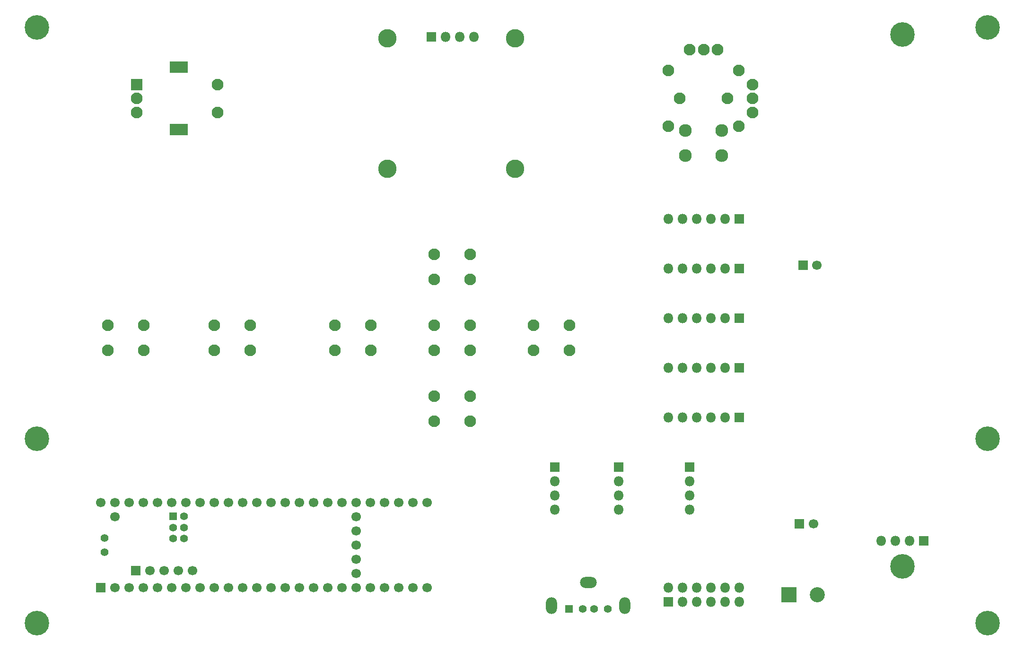
<source format=gbr>
%TF.GenerationSoftware,KiCad,Pcbnew,(5.1.6)-1*%
%TF.CreationDate,2020-11-12T15:31:55-08:00*%
%TF.ProjectId,userinterfacepcb,75736572-696e-4746-9572-666163657063,rev?*%
%TF.SameCoordinates,Original*%
%TF.FileFunction,Soldermask,Bot*%
%TF.FilePolarity,Negative*%
%FSLAX46Y46*%
G04 Gerber Fmt 4.6, Leading zero omitted, Abs format (unit mm)*
G04 Created by KiCad (PCBNEW (5.1.6)-1) date 2020-11-12 15:31:55*
%MOMM*%
%LPD*%
G01*
G04 APERTURE LIST*
%ADD10C,1.700000*%
%ADD11R,1.700000X1.700000*%
%ADD12R,2.100000X2.100000*%
%ADD13C,2.100000*%
%ADD14R,3.300000X2.100000*%
%ADD15C,2.300000*%
%ADD16O,1.800000X1.800000*%
%ADD17R,1.800000X1.800000*%
%ADD18C,4.400000*%
%ADD19C,2.700000*%
%ADD20R,2.700000X2.700000*%
%ADD21O,3.000000X2.000000*%
%ADD22O,2.000000X3.000000*%
%ADD23C,1.400000*%
%ADD24R,1.400000X1.400000*%
%ADD25C,3.300000*%
G04 APERTURE END LIST*
D10*
%TO.C,C2*%
X245705000Y-114300000D03*
D11*
X243205000Y-114300000D03*
%TD*%
D12*
%TO.C,SW1*%
X124587000Y-35598100D03*
D13*
X124587000Y-38098100D03*
X124587000Y-40598100D03*
D14*
X132087000Y-32498100D03*
X132087000Y-43698100D03*
D13*
X139087000Y-35598100D03*
X139087000Y-40598100D03*
%TD*%
%TO.C,U5*%
X230360000Y-38100000D03*
X221760000Y-38100000D03*
X232385000Y-43100000D03*
X219735000Y-43100000D03*
X232385000Y-33100000D03*
X219735000Y-33100000D03*
D15*
X229310000Y-48350000D03*
X229310000Y-43850000D03*
X222810000Y-48350000D03*
X222810000Y-43850000D03*
D13*
X234790000Y-40600000D03*
X234790000Y-35600000D03*
X234790000Y-38100000D03*
X228560000Y-29370000D03*
X223560000Y-29370000D03*
X226060000Y-29370000D03*
%TD*%
%TO.C,SW5*%
X202080000Y-78740000D03*
X202080000Y-83240000D03*
X195580000Y-78740000D03*
X195580000Y-83240000D03*
%TD*%
%TO.C,SW8*%
X125880000Y-78740000D03*
X125880000Y-83240000D03*
X119380000Y-78740000D03*
X119380000Y-83240000D03*
%TD*%
%TO.C,SW4*%
X166520000Y-78740000D03*
X166520000Y-83240000D03*
X160020000Y-78740000D03*
X160020000Y-83240000D03*
%TD*%
%TO.C,SW3*%
X184300000Y-91440000D03*
X184300000Y-95940000D03*
X177800000Y-91440000D03*
X177800000Y-95940000D03*
%TD*%
%TO.C,SW7*%
X144930000Y-78740000D03*
X144930000Y-83240000D03*
X138430000Y-78740000D03*
X138430000Y-83240000D03*
%TD*%
%TO.C,SW2*%
X184300000Y-66040000D03*
X184300000Y-70540000D03*
X177800000Y-66040000D03*
X177800000Y-70540000D03*
%TD*%
%TO.C,SW6*%
X184300000Y-78740000D03*
X184300000Y-83240000D03*
X177800000Y-78740000D03*
X177800000Y-83240000D03*
%TD*%
D10*
%TO.C,C11*%
X246340000Y-67945000D03*
D11*
X243840000Y-67945000D03*
%TD*%
D16*
%TO.C,J8*%
X219710000Y-95250000D03*
X222250000Y-95250000D03*
X224790000Y-95250000D03*
X227330000Y-95250000D03*
X229870000Y-95250000D03*
D17*
X232410000Y-95250000D03*
%TD*%
D16*
%TO.C,J7*%
X210820000Y-111760000D03*
X210820000Y-109220000D03*
X210820000Y-106680000D03*
D17*
X210820000Y-104140000D03*
%TD*%
D18*
%TO.C,H1*%
X261620000Y-121920000D03*
%TD*%
%TO.C,H9*%
X276860000Y-99060000D03*
%TD*%
D16*
%TO.C,J6*%
X223520000Y-111760000D03*
X223520000Y-109220000D03*
X223520000Y-106680000D03*
D17*
X223520000Y-104140000D03*
%TD*%
D18*
%TO.C,H3*%
X276860000Y-132080000D03*
%TD*%
%TO.C,H12*%
X106680000Y-25400000D03*
%TD*%
%TO.C,H11*%
X106680000Y-132080000D03*
%TD*%
%TO.C,H6*%
X261620000Y-26670000D03*
%TD*%
%TO.C,H8*%
X276860000Y-25400000D03*
%TD*%
%TO.C,H5*%
X106680000Y-99060000D03*
%TD*%
D19*
%TO.C,J1*%
X246380000Y-127000000D03*
D20*
X241300000Y-127000000D03*
%TD*%
D16*
%TO.C,J2*%
X199390000Y-111760000D03*
X199390000Y-109220000D03*
X199390000Y-106680000D03*
D17*
X199390000Y-104140000D03*
%TD*%
D16*
%TO.C,J4*%
X219710000Y-68580000D03*
X222250000Y-68580000D03*
X224790000Y-68580000D03*
X227330000Y-68580000D03*
X229870000Y-68580000D03*
D17*
X232410000Y-68580000D03*
%TD*%
D21*
%TO.C,J3*%
X205430000Y-124760000D03*
D22*
X212000000Y-128940000D03*
X198860000Y-128940000D03*
D23*
X208930000Y-129540000D03*
X206430000Y-129540000D03*
X204430000Y-129540000D03*
D24*
X201930000Y-129540000D03*
%TD*%
D23*
%TO.C,U1*%
X118840000Y-116840000D03*
X118840000Y-119380000D03*
D10*
X163830000Y-113030000D03*
X163830000Y-115570000D03*
X163830000Y-118110000D03*
X163830000Y-120650000D03*
X163830000Y-123190000D03*
D23*
X131080000Y-116928400D03*
X133080000Y-116928400D03*
X133080000Y-114928400D03*
X131080000Y-114928400D03*
X133080000Y-112928400D03*
D24*
X131080000Y-112928400D03*
D10*
X158750000Y-125730000D03*
X161290000Y-125730000D03*
X163830000Y-125730000D03*
X166370000Y-125730000D03*
X156210000Y-125730000D03*
X153670000Y-125730000D03*
X151130000Y-125730000D03*
X168910000Y-125730000D03*
X171450000Y-125730000D03*
X173990000Y-125730000D03*
X176530000Y-125730000D03*
X176530000Y-110490000D03*
X173990000Y-110490000D03*
X171450000Y-110490000D03*
X168910000Y-110490000D03*
X166370000Y-110490000D03*
X163830000Y-110490000D03*
X161290000Y-110490000D03*
X158750000Y-110490000D03*
X156210000Y-110490000D03*
X153670000Y-110490000D03*
X148590000Y-125730000D03*
X146050000Y-125730000D03*
X143510000Y-125730000D03*
X140970000Y-125730000D03*
X138430000Y-125730000D03*
X135890000Y-125730000D03*
X133350000Y-125730000D03*
X130810000Y-125730000D03*
X128270000Y-125730000D03*
X125730000Y-125730000D03*
X123190000Y-125730000D03*
X120650000Y-125730000D03*
D11*
X118110000Y-125730000D03*
D10*
X151130000Y-110490000D03*
X148590000Y-110490000D03*
X146050000Y-110490000D03*
X143510000Y-110490000D03*
X140970000Y-110490000D03*
X138430000Y-110490000D03*
X135890000Y-110490000D03*
X133350000Y-110490000D03*
X130810000Y-110490000D03*
X128270000Y-110490000D03*
X125730000Y-110490000D03*
X123190000Y-110490000D03*
X120650000Y-110490000D03*
X118110000Y-110490000D03*
D11*
X124409200Y-122679200D03*
D10*
X126949200Y-122679200D03*
X129489200Y-122679200D03*
X132029200Y-122679200D03*
X134569200Y-122679200D03*
X120650000Y-113030000D03*
%TD*%
D16*
%TO.C,J5*%
X219710000Y-59690000D03*
X222250000Y-59690000D03*
X224790000Y-59690000D03*
X227330000Y-59690000D03*
X229870000Y-59690000D03*
D17*
X232410000Y-59690000D03*
%TD*%
D16*
%TO.C,J9*%
X219710000Y-86360000D03*
X222250000Y-86360000D03*
X224790000Y-86360000D03*
X227330000Y-86360000D03*
X229870000Y-86360000D03*
D17*
X232410000Y-86360000D03*
%TD*%
D16*
%TO.C,J12*%
X257810000Y-117348000D03*
X260350000Y-117348000D03*
X262890000Y-117348000D03*
D17*
X265430000Y-117348000D03*
%TD*%
D16*
%TO.C,J11*%
X219710000Y-77470000D03*
X222250000Y-77470000D03*
X224790000Y-77470000D03*
X227330000Y-77470000D03*
X229870000Y-77470000D03*
D17*
X232410000Y-77470000D03*
%TD*%
D16*
%TO.C,J13*%
X184912000Y-27051000D03*
X182372000Y-27051000D03*
X179832000Y-27051000D03*
D17*
X177292000Y-27051000D03*
%TD*%
D16*
%TO.C,J10*%
X232410000Y-125730000D03*
X232410000Y-128270000D03*
X229870000Y-125730000D03*
X229870000Y-128270000D03*
X227330000Y-125730000D03*
X227330000Y-128270000D03*
X224790000Y-125730000D03*
X224790000Y-128270000D03*
X222250000Y-125730000D03*
X222250000Y-128270000D03*
X219710000Y-125730000D03*
D17*
X219710000Y-128270000D03*
%TD*%
D25*
%TO.C,H2*%
X169418000Y-50673000D03*
%TD*%
%TO.C,H7*%
X192278000Y-27305000D03*
%TD*%
%TO.C,H4*%
X192278000Y-50673000D03*
%TD*%
%TO.C,H10*%
X169418000Y-27305000D03*
%TD*%
M02*

</source>
